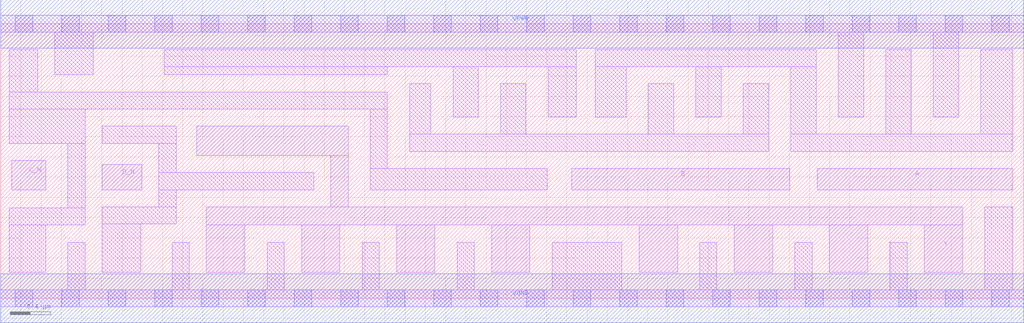
<source format=lef>
# Copyright 2020 The SkyWater PDK Authors
#
# Licensed under the Apache License, Version 2.0 (the "License");
# you may not use this file except in compliance with the License.
# You may obtain a copy of the License at
#
#     https://www.apache.org/licenses/LICENSE-2.0
#
# Unless required by applicable law or agreed to in writing, software
# distributed under the License is distributed on an "AS IS" BASIS,
# WITHOUT WARRANTIES OR CONDITIONS OF ANY KIND, either express or implied.
# See the License for the specific language governing permissions and
# limitations under the License.
#
# SPDX-License-Identifier: Apache-2.0

VERSION 5.7 ;
  NAMESCASESENSITIVE ON ;
  NOWIREEXTENSIONATPIN ON ;
  DIVIDERCHAR "/" ;
  BUSBITCHARS "[]" ;
UNITS
  DATABASE MICRONS 200 ;
END UNITS
PROPERTYDEFINITIONS
  MACRO maskLayoutSubType STRING ;
  MACRO prCellType STRING ;
  MACRO originalViewName STRING ;
END PROPERTYDEFINITIONS
MACRO sky130_fd_sc_hdll__nor4bb_4
  CLASS CORE ;
  FOREIGN sky130_fd_sc_hdll__nor4bb_4 ;
  ORIGIN  0.000000  0.000000 ;
  SIZE  10.12000 BY  2.720000 ;
  SYMMETRY X Y R90 ;
  SITE unithd ;
  PIN A
    ANTENNAGATEAREA  1.110000 ;
    DIRECTION INPUT ;
    USE SIGNAL ;
    PORT
      LAYER li1 ;
        RECT 8.075000 1.075000 10.010000 1.285000 ;
    END
  END A
  PIN B
    ANTENNAGATEAREA  1.110000 ;
    DIRECTION INPUT ;
    USE SIGNAL ;
    PORT
      LAYER li1 ;
        RECT 5.650000 1.075000 7.805000 1.285000 ;
    END
  END B
  PIN C_N
    ANTENNAGATEAREA  0.277500 ;
    DIRECTION INPUT ;
    USE SIGNAL ;
    PORT
      LAYER li1 ;
        RECT 0.110000 1.075000 0.445000 1.365000 ;
    END
  END C_N
  PIN D_N
    ANTENNAGATEAREA  0.277500 ;
    DIRECTION INPUT ;
    USE SIGNAL ;
    PORT
      LAYER li1 ;
        RECT 1.005000 1.075000 1.395000 1.325000 ;
    END
  END D_N
  PIN Y
    ANTENNADIFFAREA  2.374000 ;
    DIRECTION OUTPUT ;
    USE SIGNAL ;
    PORT
      LAYER li1 ;
        RECT 1.940000 1.415000 3.435000 1.705000 ;
        RECT 2.035000 0.255000 2.415000 0.725000 ;
        RECT 2.035000 0.725000 9.515000 0.905000 ;
        RECT 2.975000 0.255000 3.355000 0.725000 ;
        RECT 3.265000 0.905000 3.435000 1.415000 ;
        RECT 3.915000 0.255000 4.295000 0.725000 ;
        RECT 4.855000 0.255000 5.235000 0.725000 ;
        RECT 6.315000 0.255000 6.695000 0.725000 ;
        RECT 7.255000 0.255000 7.635000 0.725000 ;
        RECT 8.195000 0.255000 8.575000 0.725000 ;
        RECT 9.135000 0.255000 9.515000 0.725000 ;
    END
  END Y
  PIN VGND
    DIRECTION INOUT ;
    USE GROUND ;
    PORT
      LAYER met1 ;
        RECT 0.000000 -0.240000 10.120000 0.240000 ;
    END
  END VGND
  PIN VPWR
    DIRECTION INOUT ;
    USE POWER ;
    PORT
      LAYER met1 ;
        RECT 0.000000 2.480000 10.120000 2.960000 ;
    END
  END VPWR
  OBS
    LAYER li1 ;
      RECT 0.000000 -0.085000 10.120000 0.085000 ;
      RECT 0.000000  2.635000 10.120000 2.805000 ;
      RECT 0.085000  0.255000  0.445000 0.725000 ;
      RECT 0.085000  0.725000  0.835000 0.895000 ;
      RECT 0.085000  1.535000  0.835000 1.875000 ;
      RECT 0.085000  1.875000  3.825000 2.045000 ;
      RECT 0.085000  2.045000  0.365000 2.465000 ;
      RECT 0.535000  2.215000  0.915000 2.635000 ;
      RECT 0.665000  0.085000  0.835000 0.555000 ;
      RECT 0.665000  0.895000  0.835000 1.535000 ;
      RECT 1.005000  0.255000  1.385000 0.735000 ;
      RECT 1.005000  0.735000  1.735000 0.905000 ;
      RECT 1.005000  1.535000  1.735000 1.705000 ;
      RECT 1.565000  0.905000  1.735000 1.075000 ;
      RECT 1.565000  1.075000  3.095000 1.245000 ;
      RECT 1.565000  1.245000  1.735000 1.535000 ;
      RECT 1.615000  2.215000  3.825000 2.295000 ;
      RECT 1.615000  2.295000  5.695000 2.465000 ;
      RECT 1.695000  0.085000  1.865000 0.555000 ;
      RECT 2.635000  0.085000  2.805000 0.555000 ;
      RECT 3.575000  0.085000  3.745000 0.555000 ;
      RECT 3.655000  1.075000  5.405000 1.285000 ;
      RECT 3.655000  1.285000  3.825000 1.875000 ;
      RECT 4.045000  1.455000  7.595000 1.625000 ;
      RECT 4.045000  1.625000  4.255000 2.125000 ;
      RECT 4.475000  1.795000  4.725000 2.295000 ;
      RECT 4.515000  0.085000  4.685000 0.555000 ;
      RECT 4.945000  1.625000  5.195000 2.125000 ;
      RECT 5.415000  1.795000  5.695000 2.295000 ;
      RECT 5.455000  0.085000  6.145000 0.555000 ;
      RECT 5.880000  1.795000  6.185000 2.295000 ;
      RECT 5.880000  2.295000  8.065000 2.465000 ;
      RECT 6.405000  1.625000  6.655000 2.125000 ;
      RECT 6.875000  1.795000  7.125000 2.295000 ;
      RECT 6.915000  0.085000  7.085000 0.555000 ;
      RECT 7.345000  1.625000  7.595000 2.125000 ;
      RECT 7.815000  1.455000 10.010000 1.625000 ;
      RECT 7.815000  1.625000  8.065000 2.295000 ;
      RECT 7.855000  0.085000  8.025000 0.555000 ;
      RECT 8.285000  1.795000  8.535000 2.635000 ;
      RECT 8.755000  1.625000  9.005000 2.465000 ;
      RECT 8.795000  0.085000  8.965000 0.555000 ;
      RECT 9.225000  1.795000  9.475000 2.635000 ;
      RECT 9.695000  1.625000 10.010000 2.465000 ;
      RECT 9.735000  0.085000 10.010000 0.905000 ;
    LAYER mcon ;
      RECT 0.145000 -0.085000 0.315000 0.085000 ;
      RECT 0.145000  2.635000 0.315000 2.805000 ;
      RECT 0.605000 -0.085000 0.775000 0.085000 ;
      RECT 0.605000  2.635000 0.775000 2.805000 ;
      RECT 1.065000 -0.085000 1.235000 0.085000 ;
      RECT 1.065000  2.635000 1.235000 2.805000 ;
      RECT 1.525000 -0.085000 1.695000 0.085000 ;
      RECT 1.525000  2.635000 1.695000 2.805000 ;
      RECT 1.985000 -0.085000 2.155000 0.085000 ;
      RECT 1.985000  2.635000 2.155000 2.805000 ;
      RECT 2.445000 -0.085000 2.615000 0.085000 ;
      RECT 2.445000  2.635000 2.615000 2.805000 ;
      RECT 2.905000 -0.085000 3.075000 0.085000 ;
      RECT 2.905000  2.635000 3.075000 2.805000 ;
      RECT 3.365000 -0.085000 3.535000 0.085000 ;
      RECT 3.365000  2.635000 3.535000 2.805000 ;
      RECT 3.825000 -0.085000 3.995000 0.085000 ;
      RECT 3.825000  2.635000 3.995000 2.805000 ;
      RECT 4.285000 -0.085000 4.455000 0.085000 ;
      RECT 4.285000  2.635000 4.455000 2.805000 ;
      RECT 4.745000 -0.085000 4.915000 0.085000 ;
      RECT 4.745000  2.635000 4.915000 2.805000 ;
      RECT 5.205000 -0.085000 5.375000 0.085000 ;
      RECT 5.205000  2.635000 5.375000 2.805000 ;
      RECT 5.665000 -0.085000 5.835000 0.085000 ;
      RECT 5.665000  2.635000 5.835000 2.805000 ;
      RECT 6.125000 -0.085000 6.295000 0.085000 ;
      RECT 6.125000  2.635000 6.295000 2.805000 ;
      RECT 6.585000 -0.085000 6.755000 0.085000 ;
      RECT 6.585000  2.635000 6.755000 2.805000 ;
      RECT 7.045000 -0.085000 7.215000 0.085000 ;
      RECT 7.045000  2.635000 7.215000 2.805000 ;
      RECT 7.505000 -0.085000 7.675000 0.085000 ;
      RECT 7.505000  2.635000 7.675000 2.805000 ;
      RECT 7.965000 -0.085000 8.135000 0.085000 ;
      RECT 7.965000  2.635000 8.135000 2.805000 ;
      RECT 8.425000 -0.085000 8.595000 0.085000 ;
      RECT 8.425000  2.635000 8.595000 2.805000 ;
      RECT 8.885000 -0.085000 9.055000 0.085000 ;
      RECT 8.885000  2.635000 9.055000 2.805000 ;
      RECT 9.345000 -0.085000 9.515000 0.085000 ;
      RECT 9.345000  2.635000 9.515000 2.805000 ;
      RECT 9.805000 -0.085000 9.975000 0.085000 ;
      RECT 9.805000  2.635000 9.975000 2.805000 ;
  END
  PROPERTY maskLayoutSubType "abstract" ;
  PROPERTY prCellType "standard" ;
  PROPERTY originalViewName "layout" ;
END sky130_fd_sc_hdll__nor4bb_4
END LIBRARY

</source>
